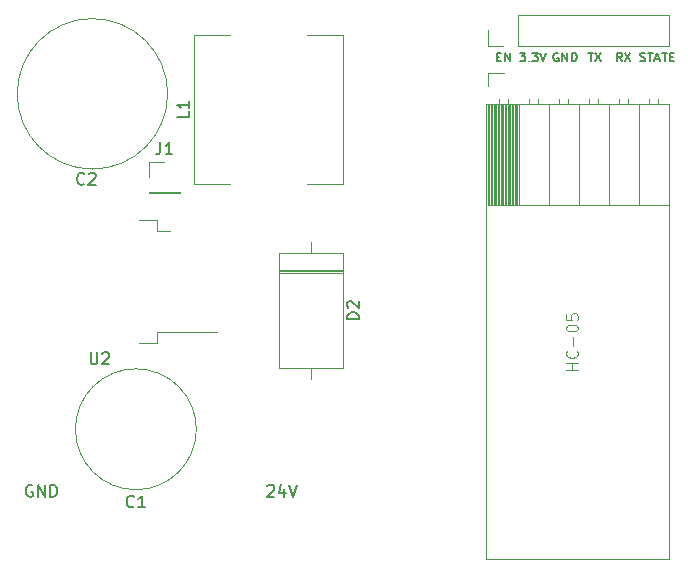
<source format=gbr>
%TF.GenerationSoftware,KiCad,Pcbnew,(7.0.0)*%
%TF.CreationDate,2023-12-28T02:06:20-08:00*%
%TF.ProjectId,Blutooth_Serial,426c7574-6f6f-4746-985f-53657269616c,rev?*%
%TF.SameCoordinates,Original*%
%TF.FileFunction,Legend,Top*%
%TF.FilePolarity,Positive*%
%FSLAX46Y46*%
G04 Gerber Fmt 4.6, Leading zero omitted, Abs format (unit mm)*
G04 Created by KiCad (PCBNEW (7.0.0)) date 2023-12-28 02:06:20*
%MOMM*%
%LPD*%
G01*
G04 APERTURE LIST*
%ADD10C,0.150000*%
%ADD11C,0.100000*%
%ADD12C,0.120000*%
G04 APERTURE END LIST*
D10*
X68913524Y-104364619D02*
X68961143Y-104317000D01*
X68961143Y-104317000D02*
X69056381Y-104269380D01*
X69056381Y-104269380D02*
X69294476Y-104269380D01*
X69294476Y-104269380D02*
X69389714Y-104317000D01*
X69389714Y-104317000D02*
X69437333Y-104364619D01*
X69437333Y-104364619D02*
X69484952Y-104459857D01*
X69484952Y-104459857D02*
X69484952Y-104555095D01*
X69484952Y-104555095D02*
X69437333Y-104697952D01*
X69437333Y-104697952D02*
X68865905Y-105269380D01*
X68865905Y-105269380D02*
X69484952Y-105269380D01*
X70342095Y-104602714D02*
X70342095Y-105269380D01*
X70104000Y-104221761D02*
X69865905Y-104936047D01*
X69865905Y-104936047D02*
X70484952Y-104936047D01*
X70723048Y-104269380D02*
X71056381Y-105269380D01*
X71056381Y-105269380D02*
X71389714Y-104269380D01*
X100472857Y-68381071D02*
X100580000Y-68416785D01*
X100580000Y-68416785D02*
X100758571Y-68416785D01*
X100758571Y-68416785D02*
X100830000Y-68381071D01*
X100830000Y-68381071D02*
X100865714Y-68345357D01*
X100865714Y-68345357D02*
X100901428Y-68273928D01*
X100901428Y-68273928D02*
X100901428Y-68202500D01*
X100901428Y-68202500D02*
X100865714Y-68131071D01*
X100865714Y-68131071D02*
X100830000Y-68095357D01*
X100830000Y-68095357D02*
X100758571Y-68059642D01*
X100758571Y-68059642D02*
X100615714Y-68023928D01*
X100615714Y-68023928D02*
X100544285Y-67988214D01*
X100544285Y-67988214D02*
X100508571Y-67952500D01*
X100508571Y-67952500D02*
X100472857Y-67881071D01*
X100472857Y-67881071D02*
X100472857Y-67809642D01*
X100472857Y-67809642D02*
X100508571Y-67738214D01*
X100508571Y-67738214D02*
X100544285Y-67702500D01*
X100544285Y-67702500D02*
X100615714Y-67666785D01*
X100615714Y-67666785D02*
X100794285Y-67666785D01*
X100794285Y-67666785D02*
X100901428Y-67702500D01*
X101115714Y-67666785D02*
X101544286Y-67666785D01*
X101330000Y-68416785D02*
X101330000Y-67666785D01*
X101758572Y-68202500D02*
X102115715Y-68202500D01*
X101687143Y-68416785D02*
X101937143Y-67666785D01*
X101937143Y-67666785D02*
X102187143Y-68416785D01*
X102330000Y-67666785D02*
X102758572Y-67666785D01*
X102544286Y-68416785D02*
X102544286Y-67666785D01*
X103008572Y-68023928D02*
X103258572Y-68023928D01*
X103365715Y-68416785D02*
X103008572Y-68416785D01*
X103008572Y-68416785D02*
X103008572Y-67666785D01*
X103008572Y-67666785D02*
X103365715Y-67666785D01*
X98905142Y-68416785D02*
X98655142Y-68059642D01*
X98476571Y-68416785D02*
X98476571Y-67666785D01*
X98476571Y-67666785D02*
X98762285Y-67666785D01*
X98762285Y-67666785D02*
X98833714Y-67702500D01*
X98833714Y-67702500D02*
X98869428Y-67738214D01*
X98869428Y-67738214D02*
X98905142Y-67809642D01*
X98905142Y-67809642D02*
X98905142Y-67916785D01*
X98905142Y-67916785D02*
X98869428Y-67988214D01*
X98869428Y-67988214D02*
X98833714Y-68023928D01*
X98833714Y-68023928D02*
X98762285Y-68059642D01*
X98762285Y-68059642D02*
X98476571Y-68059642D01*
X99155142Y-67666785D02*
X99655142Y-68416785D01*
X99655142Y-67666785D02*
X99155142Y-68416785D01*
X96083428Y-67666785D02*
X96512000Y-67666785D01*
X96297714Y-68416785D02*
X96297714Y-67666785D01*
X96690571Y-67666785D02*
X97190571Y-68416785D01*
X97190571Y-67666785D02*
X96690571Y-68416785D01*
X93535428Y-67702500D02*
X93464000Y-67666785D01*
X93464000Y-67666785D02*
X93356857Y-67666785D01*
X93356857Y-67666785D02*
X93249714Y-67702500D01*
X93249714Y-67702500D02*
X93178285Y-67773928D01*
X93178285Y-67773928D02*
X93142571Y-67845357D01*
X93142571Y-67845357D02*
X93106857Y-67988214D01*
X93106857Y-67988214D02*
X93106857Y-68095357D01*
X93106857Y-68095357D02*
X93142571Y-68238214D01*
X93142571Y-68238214D02*
X93178285Y-68309642D01*
X93178285Y-68309642D02*
X93249714Y-68381071D01*
X93249714Y-68381071D02*
X93356857Y-68416785D01*
X93356857Y-68416785D02*
X93428285Y-68416785D01*
X93428285Y-68416785D02*
X93535428Y-68381071D01*
X93535428Y-68381071D02*
X93571142Y-68345357D01*
X93571142Y-68345357D02*
X93571142Y-68095357D01*
X93571142Y-68095357D02*
X93428285Y-68095357D01*
X93892571Y-68416785D02*
X93892571Y-67666785D01*
X93892571Y-67666785D02*
X94321142Y-68416785D01*
X94321142Y-68416785D02*
X94321142Y-67666785D01*
X94678285Y-68416785D02*
X94678285Y-67666785D01*
X94678285Y-67666785D02*
X94856856Y-67666785D01*
X94856856Y-67666785D02*
X94963999Y-67702500D01*
X94963999Y-67702500D02*
X95035428Y-67773928D01*
X95035428Y-67773928D02*
X95071142Y-67845357D01*
X95071142Y-67845357D02*
X95106856Y-67988214D01*
X95106856Y-67988214D02*
X95106856Y-68095357D01*
X95106856Y-68095357D02*
X95071142Y-68238214D01*
X95071142Y-68238214D02*
X95035428Y-68309642D01*
X95035428Y-68309642D02*
X94963999Y-68381071D01*
X94963999Y-68381071D02*
X94856856Y-68416785D01*
X94856856Y-68416785D02*
X94678285Y-68416785D01*
X88316571Y-68023928D02*
X88566571Y-68023928D01*
X88673714Y-68416785D02*
X88316571Y-68416785D01*
X88316571Y-68416785D02*
X88316571Y-67666785D01*
X88316571Y-67666785D02*
X88673714Y-67666785D01*
X88995142Y-68416785D02*
X88995142Y-67666785D01*
X88995142Y-67666785D02*
X89423713Y-68416785D01*
X89423713Y-68416785D02*
X89423713Y-67666785D01*
X90277142Y-67666785D02*
X90741428Y-67666785D01*
X90741428Y-67666785D02*
X90491428Y-67952500D01*
X90491428Y-67952500D02*
X90598571Y-67952500D01*
X90598571Y-67952500D02*
X90670000Y-67988214D01*
X90670000Y-67988214D02*
X90705714Y-68023928D01*
X90705714Y-68023928D02*
X90741428Y-68095357D01*
X90741428Y-68095357D02*
X90741428Y-68273928D01*
X90741428Y-68273928D02*
X90705714Y-68345357D01*
X90705714Y-68345357D02*
X90670000Y-68381071D01*
X90670000Y-68381071D02*
X90598571Y-68416785D01*
X90598571Y-68416785D02*
X90384285Y-68416785D01*
X90384285Y-68416785D02*
X90312857Y-68381071D01*
X90312857Y-68381071D02*
X90277142Y-68345357D01*
X91062857Y-68345357D02*
X91098571Y-68381071D01*
X91098571Y-68381071D02*
X91062857Y-68416785D01*
X91062857Y-68416785D02*
X91027143Y-68381071D01*
X91027143Y-68381071D02*
X91062857Y-68345357D01*
X91062857Y-68345357D02*
X91062857Y-68416785D01*
X91348571Y-67666785D02*
X91812857Y-67666785D01*
X91812857Y-67666785D02*
X91562857Y-67952500D01*
X91562857Y-67952500D02*
X91670000Y-67952500D01*
X91670000Y-67952500D02*
X91741429Y-67988214D01*
X91741429Y-67988214D02*
X91777143Y-68023928D01*
X91777143Y-68023928D02*
X91812857Y-68095357D01*
X91812857Y-68095357D02*
X91812857Y-68273928D01*
X91812857Y-68273928D02*
X91777143Y-68345357D01*
X91777143Y-68345357D02*
X91741429Y-68381071D01*
X91741429Y-68381071D02*
X91670000Y-68416785D01*
X91670000Y-68416785D02*
X91455714Y-68416785D01*
X91455714Y-68416785D02*
X91384286Y-68381071D01*
X91384286Y-68381071D02*
X91348571Y-68345357D01*
X92027143Y-67666785D02*
X92277143Y-68416785D01*
X92277143Y-68416785D02*
X92527143Y-67666785D01*
%TO.C,VIN+*%
%TO.C,GND*%
X49022095Y-104317000D02*
X48926857Y-104269380D01*
X48926857Y-104269380D02*
X48784000Y-104269380D01*
X48784000Y-104269380D02*
X48641143Y-104317000D01*
X48641143Y-104317000D02*
X48545905Y-104412238D01*
X48545905Y-104412238D02*
X48498286Y-104507476D01*
X48498286Y-104507476D02*
X48450667Y-104697952D01*
X48450667Y-104697952D02*
X48450667Y-104840809D01*
X48450667Y-104840809D02*
X48498286Y-105031285D01*
X48498286Y-105031285D02*
X48545905Y-105126523D01*
X48545905Y-105126523D02*
X48641143Y-105221761D01*
X48641143Y-105221761D02*
X48784000Y-105269380D01*
X48784000Y-105269380D02*
X48879238Y-105269380D01*
X48879238Y-105269380D02*
X49022095Y-105221761D01*
X49022095Y-105221761D02*
X49069714Y-105174142D01*
X49069714Y-105174142D02*
X49069714Y-104840809D01*
X49069714Y-104840809D02*
X48879238Y-104840809D01*
X49498286Y-105269380D02*
X49498286Y-104269380D01*
X49498286Y-104269380D02*
X50069714Y-105269380D01*
X50069714Y-105269380D02*
X50069714Y-104269380D01*
X50545905Y-105269380D02*
X50545905Y-104269380D01*
X50545905Y-104269380D02*
X50784000Y-104269380D01*
X50784000Y-104269380D02*
X50926857Y-104317000D01*
X50926857Y-104317000D02*
X51022095Y-104412238D01*
X51022095Y-104412238D02*
X51069714Y-104507476D01*
X51069714Y-104507476D02*
X51117333Y-104697952D01*
X51117333Y-104697952D02*
X51117333Y-104840809D01*
X51117333Y-104840809D02*
X51069714Y-105031285D01*
X51069714Y-105031285D02*
X51022095Y-105126523D01*
X51022095Y-105126523D02*
X50926857Y-105221761D01*
X50926857Y-105221761D02*
X50784000Y-105269380D01*
X50784000Y-105269380D02*
X50545905Y-105269380D01*
D11*
%TO.C,IC1*%
X95207380Y-94516404D02*
X94207380Y-94516404D01*
X94683571Y-94516404D02*
X94683571Y-93944976D01*
X95207380Y-93944976D02*
X94207380Y-93944976D01*
X95112142Y-92897357D02*
X95159761Y-92944976D01*
X95159761Y-92944976D02*
X95207380Y-93087833D01*
X95207380Y-93087833D02*
X95207380Y-93183071D01*
X95207380Y-93183071D02*
X95159761Y-93325928D01*
X95159761Y-93325928D02*
X95064523Y-93421166D01*
X95064523Y-93421166D02*
X94969285Y-93468785D01*
X94969285Y-93468785D02*
X94778809Y-93516404D01*
X94778809Y-93516404D02*
X94635952Y-93516404D01*
X94635952Y-93516404D02*
X94445476Y-93468785D01*
X94445476Y-93468785D02*
X94350238Y-93421166D01*
X94350238Y-93421166D02*
X94255000Y-93325928D01*
X94255000Y-93325928D02*
X94207380Y-93183071D01*
X94207380Y-93183071D02*
X94207380Y-93087833D01*
X94207380Y-93087833D02*
X94255000Y-92944976D01*
X94255000Y-92944976D02*
X94302619Y-92897357D01*
X94826428Y-92468785D02*
X94826428Y-91706881D01*
X94207380Y-91040214D02*
X94207380Y-90944976D01*
X94207380Y-90944976D02*
X94255000Y-90849738D01*
X94255000Y-90849738D02*
X94302619Y-90802119D01*
X94302619Y-90802119D02*
X94397857Y-90754500D01*
X94397857Y-90754500D02*
X94588333Y-90706881D01*
X94588333Y-90706881D02*
X94826428Y-90706881D01*
X94826428Y-90706881D02*
X95016904Y-90754500D01*
X95016904Y-90754500D02*
X95112142Y-90802119D01*
X95112142Y-90802119D02*
X95159761Y-90849738D01*
X95159761Y-90849738D02*
X95207380Y-90944976D01*
X95207380Y-90944976D02*
X95207380Y-91040214D01*
X95207380Y-91040214D02*
X95159761Y-91135452D01*
X95159761Y-91135452D02*
X95112142Y-91183071D01*
X95112142Y-91183071D02*
X95016904Y-91230690D01*
X95016904Y-91230690D02*
X94826428Y-91278309D01*
X94826428Y-91278309D02*
X94588333Y-91278309D01*
X94588333Y-91278309D02*
X94397857Y-91230690D01*
X94397857Y-91230690D02*
X94302619Y-91183071D01*
X94302619Y-91183071D02*
X94255000Y-91135452D01*
X94255000Y-91135452D02*
X94207380Y-91040214D01*
X94207380Y-89802119D02*
X94207380Y-90278309D01*
X94207380Y-90278309D02*
X94683571Y-90325928D01*
X94683571Y-90325928D02*
X94635952Y-90278309D01*
X94635952Y-90278309D02*
X94588333Y-90183071D01*
X94588333Y-90183071D02*
X94588333Y-89944976D01*
X94588333Y-89944976D02*
X94635952Y-89849738D01*
X94635952Y-89849738D02*
X94683571Y-89802119D01*
X94683571Y-89802119D02*
X94778809Y-89754500D01*
X94778809Y-89754500D02*
X95016904Y-89754500D01*
X95016904Y-89754500D02*
X95112142Y-89802119D01*
X95112142Y-89802119D02*
X95159761Y-89849738D01*
X95159761Y-89849738D02*
X95207380Y-89944976D01*
X95207380Y-89944976D02*
X95207380Y-90183071D01*
X95207380Y-90183071D02*
X95159761Y-90278309D01*
X95159761Y-90278309D02*
X95112142Y-90325928D01*
D10*
%TO.C,U2*%
X53953095Y-93052380D02*
X53953095Y-93861904D01*
X53953095Y-93861904D02*
X54000714Y-93957142D01*
X54000714Y-93957142D02*
X54048333Y-94004761D01*
X54048333Y-94004761D02*
X54143571Y-94052380D01*
X54143571Y-94052380D02*
X54334047Y-94052380D01*
X54334047Y-94052380D02*
X54429285Y-94004761D01*
X54429285Y-94004761D02*
X54476904Y-93957142D01*
X54476904Y-93957142D02*
X54524523Y-93861904D01*
X54524523Y-93861904D02*
X54524523Y-93052380D01*
X54953095Y-93147619D02*
X55000714Y-93100000D01*
X55000714Y-93100000D02*
X55095952Y-93052380D01*
X55095952Y-93052380D02*
X55334047Y-93052380D01*
X55334047Y-93052380D02*
X55429285Y-93100000D01*
X55429285Y-93100000D02*
X55476904Y-93147619D01*
X55476904Y-93147619D02*
X55524523Y-93242857D01*
X55524523Y-93242857D02*
X55524523Y-93338095D01*
X55524523Y-93338095D02*
X55476904Y-93480952D01*
X55476904Y-93480952D02*
X54905476Y-94052380D01*
X54905476Y-94052380D02*
X55524523Y-94052380D01*
%TO.C,L1*%
X62277380Y-72646666D02*
X62277380Y-73122856D01*
X62277380Y-73122856D02*
X61277380Y-73122856D01*
X62277380Y-71789523D02*
X62277380Y-72360951D01*
X62277380Y-72075237D02*
X61277380Y-72075237D01*
X61277380Y-72075237D02*
X61420238Y-72170475D01*
X61420238Y-72170475D02*
X61515476Y-72265713D01*
X61515476Y-72265713D02*
X61563095Y-72360951D01*
%TO.C,J1*%
X59864666Y-75269380D02*
X59864666Y-75983666D01*
X59864666Y-75983666D02*
X59817047Y-76126523D01*
X59817047Y-76126523D02*
X59721809Y-76221761D01*
X59721809Y-76221761D02*
X59578952Y-76269380D01*
X59578952Y-76269380D02*
X59483714Y-76269380D01*
X60864666Y-76269380D02*
X60293238Y-76269380D01*
X60578952Y-76269380D02*
X60578952Y-75269380D01*
X60578952Y-75269380D02*
X60483714Y-75412238D01*
X60483714Y-75412238D02*
X60388476Y-75507476D01*
X60388476Y-75507476D02*
X60293238Y-75555095D01*
%TO.C,D2*%
X76677380Y-90238094D02*
X75677380Y-90238094D01*
X75677380Y-90238094D02*
X75677380Y-89999999D01*
X75677380Y-89999999D02*
X75725000Y-89857142D01*
X75725000Y-89857142D02*
X75820238Y-89761904D01*
X75820238Y-89761904D02*
X75915476Y-89714285D01*
X75915476Y-89714285D02*
X76105952Y-89666666D01*
X76105952Y-89666666D02*
X76248809Y-89666666D01*
X76248809Y-89666666D02*
X76439285Y-89714285D01*
X76439285Y-89714285D02*
X76534523Y-89761904D01*
X76534523Y-89761904D02*
X76629761Y-89857142D01*
X76629761Y-89857142D02*
X76677380Y-89999999D01*
X76677380Y-89999999D02*
X76677380Y-90238094D01*
X75772619Y-89285713D02*
X75725000Y-89238094D01*
X75725000Y-89238094D02*
X75677380Y-89142856D01*
X75677380Y-89142856D02*
X75677380Y-88904761D01*
X75677380Y-88904761D02*
X75725000Y-88809523D01*
X75725000Y-88809523D02*
X75772619Y-88761904D01*
X75772619Y-88761904D02*
X75867857Y-88714285D01*
X75867857Y-88714285D02*
X75963095Y-88714285D01*
X75963095Y-88714285D02*
X76105952Y-88761904D01*
X76105952Y-88761904D02*
X76677380Y-89333332D01*
X76677380Y-89333332D02*
X76677380Y-88714285D01*
%TO.C,C2*%
X53427333Y-78758142D02*
X53379714Y-78805761D01*
X53379714Y-78805761D02*
X53236857Y-78853380D01*
X53236857Y-78853380D02*
X53141619Y-78853380D01*
X53141619Y-78853380D02*
X52998762Y-78805761D01*
X52998762Y-78805761D02*
X52903524Y-78710523D01*
X52903524Y-78710523D02*
X52855905Y-78615285D01*
X52855905Y-78615285D02*
X52808286Y-78424809D01*
X52808286Y-78424809D02*
X52808286Y-78281952D01*
X52808286Y-78281952D02*
X52855905Y-78091476D01*
X52855905Y-78091476D02*
X52903524Y-77996238D01*
X52903524Y-77996238D02*
X52998762Y-77901000D01*
X52998762Y-77901000D02*
X53141619Y-77853380D01*
X53141619Y-77853380D02*
X53236857Y-77853380D01*
X53236857Y-77853380D02*
X53379714Y-77901000D01*
X53379714Y-77901000D02*
X53427333Y-77948619D01*
X53808286Y-77948619D02*
X53855905Y-77901000D01*
X53855905Y-77901000D02*
X53951143Y-77853380D01*
X53951143Y-77853380D02*
X54189238Y-77853380D01*
X54189238Y-77853380D02*
X54284476Y-77901000D01*
X54284476Y-77901000D02*
X54332095Y-77948619D01*
X54332095Y-77948619D02*
X54379714Y-78043857D01*
X54379714Y-78043857D02*
X54379714Y-78139095D01*
X54379714Y-78139095D02*
X54332095Y-78281952D01*
X54332095Y-78281952D02*
X53760667Y-78853380D01*
X53760667Y-78853380D02*
X54379714Y-78853380D01*
%TO.C,C1*%
X57613333Y-106082142D02*
X57565714Y-106129761D01*
X57565714Y-106129761D02*
X57422857Y-106177380D01*
X57422857Y-106177380D02*
X57327619Y-106177380D01*
X57327619Y-106177380D02*
X57184762Y-106129761D01*
X57184762Y-106129761D02*
X57089524Y-106034523D01*
X57089524Y-106034523D02*
X57041905Y-105939285D01*
X57041905Y-105939285D02*
X56994286Y-105748809D01*
X56994286Y-105748809D02*
X56994286Y-105605952D01*
X56994286Y-105605952D02*
X57041905Y-105415476D01*
X57041905Y-105415476D02*
X57089524Y-105320238D01*
X57089524Y-105320238D02*
X57184762Y-105225000D01*
X57184762Y-105225000D02*
X57327619Y-105177380D01*
X57327619Y-105177380D02*
X57422857Y-105177380D01*
X57422857Y-105177380D02*
X57565714Y-105225000D01*
X57565714Y-105225000D02*
X57613333Y-105272619D01*
X58565714Y-106177380D02*
X57994286Y-106177380D01*
X58280000Y-106177380D02*
X58280000Y-105177380D01*
X58280000Y-105177380D02*
X58184762Y-105320238D01*
X58184762Y-105320238D02*
X58089524Y-105415476D01*
X58089524Y-105415476D02*
X57994286Y-105463095D01*
D12*
%TO.C,REF\u002A\u002A*%
X90170000Y-67116000D02*
X102930000Y-67116000D01*
X88900000Y-67116000D02*
X87570000Y-67116000D01*
X87570000Y-67116000D02*
X87570000Y-65786000D01*
X90170000Y-67116000D02*
X90170000Y-64456000D01*
X102930000Y-67116000D02*
X102930000Y-64456000D01*
X90170000Y-64456000D02*
X102930000Y-64456000D01*
D11*
%TO.C,IC1*%
X102955000Y-71984500D02*
X87425000Y-71984500D01*
X87425000Y-71984500D02*
X87425000Y-110524500D01*
X87425000Y-110524500D02*
X102955000Y-110524500D01*
X102955000Y-110524500D02*
X102955000Y-71984500D01*
D12*
X87595000Y-69414500D02*
X88925000Y-69414500D01*
X87595000Y-70524500D02*
X87595000Y-69414500D01*
X101985000Y-71984500D02*
X101985000Y-71574500D01*
X101265000Y-71984500D02*
X101265000Y-71574500D01*
X99445000Y-71984500D02*
X99445000Y-71574500D01*
X98725000Y-71984500D02*
X98725000Y-71574500D01*
X96905000Y-71984500D02*
X96905000Y-71574500D01*
X96185000Y-71984500D02*
X96185000Y-71574500D01*
X94365000Y-71984500D02*
X94365000Y-71574500D01*
X93645000Y-71984500D02*
X93645000Y-71574500D01*
X91825000Y-71984500D02*
X91825000Y-71574500D01*
X91105000Y-71984500D02*
X91105000Y-71574500D01*
X89285000Y-71984500D02*
X89285000Y-71634500D01*
X88565000Y-71984500D02*
X88565000Y-71634500D01*
X87595000Y-71984500D02*
X102955000Y-71984500D01*
X102955000Y-80614500D02*
X102955000Y-71984500D01*
X100355000Y-80614500D02*
X100355000Y-71984500D01*
X97815000Y-80614500D02*
X97815000Y-71984500D01*
X95275000Y-80614500D02*
X95275000Y-71984500D01*
X92735000Y-80614500D02*
X92735000Y-71984500D01*
X90195000Y-80614500D02*
X90195000Y-71984500D01*
X90076900Y-80614500D02*
X90076900Y-71984500D01*
X89958805Y-80614500D02*
X89958805Y-71984500D01*
X89840710Y-80614500D02*
X89840710Y-71984500D01*
X89722615Y-80614500D02*
X89722615Y-71984500D01*
X89604520Y-80614500D02*
X89604520Y-71984500D01*
X89486425Y-80614500D02*
X89486425Y-71984500D01*
X89368330Y-80614500D02*
X89368330Y-71984500D01*
X89250235Y-80614500D02*
X89250235Y-71984500D01*
X89132140Y-80614500D02*
X89132140Y-71984500D01*
X89014045Y-80614500D02*
X89014045Y-71984500D01*
X88895950Y-80614500D02*
X88895950Y-71984500D01*
X88777855Y-80614500D02*
X88777855Y-71984500D01*
X88659760Y-80614500D02*
X88659760Y-71984500D01*
X88541665Y-80614500D02*
X88541665Y-71984500D01*
X88423570Y-80614500D02*
X88423570Y-71984500D01*
X88305475Y-80614500D02*
X88305475Y-71984500D01*
X88187380Y-80614500D02*
X88187380Y-71984500D01*
X88069285Y-80614500D02*
X88069285Y-71984500D01*
X87951190Y-80614500D02*
X87951190Y-71984500D01*
X87833095Y-80614500D02*
X87833095Y-71984500D01*
X87715000Y-80614500D02*
X87715000Y-71984500D01*
X87595000Y-80614500D02*
X87595000Y-71984500D01*
X87595000Y-80614500D02*
X102955000Y-80614500D01*
%TO.C,U2*%
X59540000Y-82785000D02*
X60640000Y-82785000D01*
X59540000Y-81835000D02*
X59540000Y-82785000D01*
X58040000Y-81835000D02*
X59540000Y-81835000D01*
X59540000Y-91285000D02*
X64665000Y-91285000D01*
X59540000Y-92235000D02*
X59540000Y-91285000D01*
X58040000Y-92235000D02*
X59540000Y-92235000D01*
%TO.C,L1*%
X75310000Y-66180000D02*
X75310000Y-78780000D01*
X72310000Y-66180000D02*
X75310000Y-66180000D01*
X62710000Y-66180000D02*
X65710000Y-66180000D01*
X75310000Y-78780000D02*
X72310000Y-78780000D01*
X65710000Y-78780000D02*
X62710000Y-78780000D01*
X62710000Y-78780000D02*
X62710000Y-66180000D01*
%TO.C,J1*%
X58868000Y-78232000D02*
X58868000Y-76902000D01*
X58868000Y-79502000D02*
X58868000Y-79562000D01*
X61528000Y-79502000D02*
X61528000Y-79562000D01*
X58868000Y-79562000D02*
X61528000Y-79562000D01*
X58868000Y-79502000D02*
X61528000Y-79502000D01*
X58868000Y-76902000D02*
X60198000Y-76902000D01*
%TO.C,D2*%
X69870000Y-84630000D02*
X69870000Y-94370000D01*
X72590000Y-83720000D02*
X72590000Y-84630000D01*
X75310000Y-86055000D02*
X69870000Y-86055000D01*
X72590000Y-95280000D02*
X72590000Y-94370000D01*
X75310000Y-94370000D02*
X75310000Y-84630000D01*
X75310000Y-86295000D02*
X69870000Y-86295000D01*
X75310000Y-84630000D02*
X69870000Y-84630000D01*
X69870000Y-94370000D02*
X75310000Y-94370000D01*
X75310000Y-86175000D02*
X69870000Y-86175000D01*
%TO.C,C2*%
X60472000Y-71160000D02*
G75*
G03*
X60472000Y-71160000I-6370000J0D01*
G01*
%TO.C,C1*%
X62900000Y-99560000D02*
G75*
G03*
X62900000Y-99560000I-5120000J0D01*
G01*
%TD*%
M02*

</source>
